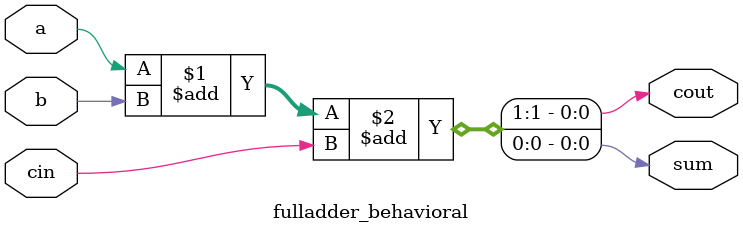
<source format=sv>
module fulladder_behavioral(
  input logic a, b, cin, 
  output logic sum, cout
);
  assign {cout, sum} = a + b + cin;
endmodule


</source>
